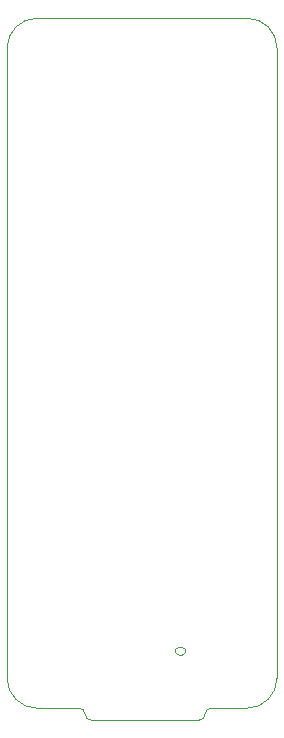
<source format=gbr>
%TF.GenerationSoftware,KiCad,Pcbnew,5.99.0-unknown-64d35ecebc~127~ubuntu20.04.1*%
%TF.CreationDate,2021-05-01T14:43:11+10:00*%
%TF.ProjectId,bm83-featherwing,626d3833-2d66-4656-9174-68657277696e,rev?*%
%TF.SameCoordinates,Original*%
%TF.FileFunction,Profile,NP*%
%FSLAX46Y46*%
G04 Gerber Fmt 4.6, Leading zero omitted, Abs format (unit mm)*
G04 Created by KiCad (PCBNEW 5.99.0-unknown-64d35ecebc~127~ubuntu20.04.1) date 2021-05-01 14:43:11*
%MOMM*%
%LPD*%
G01*
G04 APERTURE LIST*
%TA.AperFunction,Profile*%
%ADD10C,0.050000*%
%TD*%
%TA.AperFunction,Profile*%
%ADD11C,0.100000*%
%TD*%
G04 APERTURE END LIST*
D10*
X141732000Y-129286000D02*
G75*
G02*
X141224000Y-128778000I0J508000D01*
G01*
X154940000Y-128270000D02*
X151892000Y-128270000D01*
X140716000Y-128270000D02*
G75*
G02*
X141224000Y-128778000I0J-508000D01*
G01*
X150876000Y-129286000D02*
X141732000Y-129286000D01*
X157480000Y-125730000D02*
G75*
G02*
X154940000Y-128270000I-2540000J0D01*
G01*
X134620000Y-72390000D02*
G75*
G02*
X137160000Y-69850000I2540000J0D01*
G01*
X137160000Y-128270000D02*
G75*
G02*
X134620000Y-125730000I0J2540000D01*
G01*
X151384000Y-128778000D02*
G75*
G02*
X150876000Y-129286000I-508000J0D01*
G01*
X151384000Y-128778000D02*
G75*
G02*
X151892000Y-128270000I508000J0D01*
G01*
X137160000Y-69850000D02*
X154940000Y-69850000D01*
X154940000Y-69850000D02*
G75*
G02*
X157480000Y-72390000I0J-2540000D01*
G01*
X140716000Y-128270000D02*
X137160000Y-128270000D01*
X157480000Y-72390000D02*
X157480000Y-125730000D01*
X134620000Y-125730000D02*
X134620000Y-72390000D01*
D11*
%TO.C,J3*%
X149429000Y-123759000D02*
X149179000Y-123759000D01*
X149179000Y-123129000D02*
X149429000Y-123129000D01*
X149429000Y-123129000D02*
G75*
G02*
X149744000Y-123444000I0J-315000D01*
G01*
X149179000Y-123759000D02*
G75*
G02*
X148864000Y-123444000I0J315000D01*
G01*
X149744000Y-123444000D02*
G75*
G02*
X149429000Y-123759000I-315000J0D01*
G01*
X148864000Y-123444000D02*
G75*
G02*
X149179000Y-123129000I315000J0D01*
G01*
%TD*%
M02*

</source>
